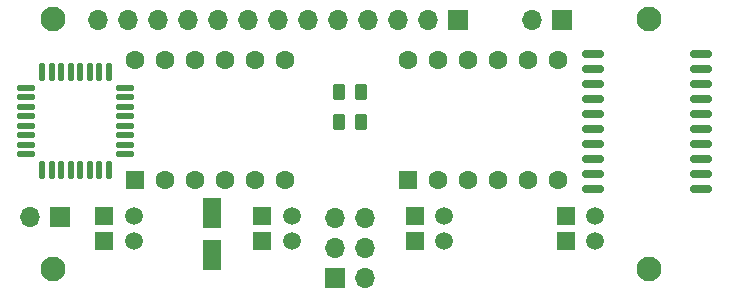
<source format=gbr>
%TF.GenerationSoftware,KiCad,Pcbnew,9.0.0*%
%TF.CreationDate,2025-05-14T14:17:17+02:00*%
%TF.ProjectId,Fluke_8050a_TM1637_Display_PCB,466c756b-655f-4383-9035-30615f544d31,rev?*%
%TF.SameCoordinates,Original*%
%TF.FileFunction,Soldermask,Bot*%
%TF.FilePolarity,Negative*%
%FSLAX46Y46*%
G04 Gerber Fmt 4.6, Leading zero omitted, Abs format (unit mm)*
G04 Created by KiCad (PCBNEW 9.0.0) date 2025-05-14 14:17:17*
%MOMM*%
%LPD*%
G01*
G04 APERTURE LIST*
G04 Aperture macros list*
%AMRoundRect*
0 Rectangle with rounded corners*
0 $1 Rounding radius*
0 $2 $3 $4 $5 $6 $7 $8 $9 X,Y pos of 4 corners*
0 Add a 4 corners polygon primitive as box body*
4,1,4,$2,$3,$4,$5,$6,$7,$8,$9,$2,$3,0*
0 Add four circle primitives for the rounded corners*
1,1,$1+$1,$2,$3*
1,1,$1+$1,$4,$5*
1,1,$1+$1,$6,$7*
1,1,$1+$1,$8,$9*
0 Add four rect primitives between the rounded corners*
20,1,$1+$1,$2,$3,$4,$5,0*
20,1,$1+$1,$4,$5,$6,$7,0*
20,1,$1+$1,$6,$7,$8,$9,0*
20,1,$1+$1,$8,$9,$2,$3,0*%
G04 Aperture macros list end*
%ADD10C,2.100000*%
%ADD11R,1.600000X1.600000*%
%ADD12C,1.600000*%
%ADD13R,1.500000X1.500000*%
%ADD14C,1.500000*%
%ADD15R,1.700000X1.700000*%
%ADD16O,1.700000X1.700000*%
%ADD17RoundRect,0.150000X0.800000X0.150000X-0.800000X0.150000X-0.800000X-0.150000X0.800000X-0.150000X0*%
%ADD18RoundRect,0.250000X-0.262500X-0.450000X0.262500X-0.450000X0.262500X0.450000X-0.262500X0.450000X0*%
%ADD19RoundRect,0.250000X0.550000X-1.050000X0.550000X1.050000X-0.550000X1.050000X-0.550000X-1.050000X0*%
%ADD20RoundRect,0.125000X0.125000X-0.625000X0.125000X0.625000X-0.125000X0.625000X-0.125000X-0.625000X0*%
%ADD21RoundRect,0.125000X0.625000X-0.125000X0.625000X0.125000X-0.625000X0.125000X-0.625000X-0.125000X0*%
G04 APERTURE END LIST*
D10*
%TO.C,REF\u002A\u002A*%
X197900000Y-63600000D03*
%TD*%
D11*
%TO.C,D2*%
X154400000Y-56060000D03*
D12*
X156940000Y-56060000D03*
X159480000Y-56060000D03*
X162020000Y-56060000D03*
X164560000Y-56060000D03*
X167100000Y-56060000D03*
X167100000Y-45900000D03*
X164560000Y-45900000D03*
X162020000Y-45900000D03*
X159480000Y-45900000D03*
X156940000Y-45900000D03*
X154400000Y-45900000D03*
%TD*%
D13*
%TO.C,D8*%
X165140000Y-61200000D03*
D14*
X167640000Y-61200000D03*
%TD*%
D13*
%TO.C,D10*%
X190840000Y-61200000D03*
D14*
X193340000Y-61200000D03*
%TD*%
D11*
%TO.C,D1*%
X177500000Y-56060000D03*
D12*
X180040000Y-56060000D03*
X182580000Y-56060000D03*
X185120000Y-56060000D03*
X187660000Y-56060000D03*
X190200000Y-56060000D03*
X190200000Y-45900000D03*
X187660000Y-45900000D03*
X185120000Y-45900000D03*
X182580000Y-45900000D03*
X180040000Y-45900000D03*
X177500000Y-45900000D03*
%TD*%
D13*
%TO.C,D7*%
X151740000Y-61200000D03*
D14*
X154240000Y-61200000D03*
%TD*%
D13*
%TO.C,D3*%
X151740000Y-59100000D03*
D14*
X154240000Y-59100000D03*
%TD*%
D13*
%TO.C,D9*%
X178040000Y-61200000D03*
D14*
X180540000Y-61200000D03*
%TD*%
D10*
%TO.C,REF\u002A\u002A*%
X147400000Y-42400000D03*
%TD*%
%TO.C,REF\u002A\u002A*%
X197900000Y-42400000D03*
%TD*%
D13*
%TO.C,D6*%
X190840000Y-59100000D03*
D14*
X193340000Y-59100000D03*
%TD*%
D13*
%TO.C,D4*%
X165140000Y-59100000D03*
D14*
X167640000Y-59100000D03*
%TD*%
D13*
%TO.C,D5*%
X178040000Y-59100000D03*
D14*
X180540000Y-59100000D03*
%TD*%
D10*
%TO.C,REF\u002A\u002A*%
X147400000Y-63600000D03*
%TD*%
D15*
%TO.C,J1*%
X171325000Y-64325000D03*
D16*
X173865000Y-64325000D03*
X171325000Y-61785000D03*
X173865000Y-61785000D03*
X171325000Y-59245000D03*
X173865000Y-59245000D03*
%TD*%
D17*
%TO.C,U1*%
X202300000Y-45385000D03*
X202300000Y-46655000D03*
X202300000Y-47925000D03*
X202300000Y-49195000D03*
X202300000Y-50465000D03*
X202300000Y-51735000D03*
X202300000Y-53005000D03*
X202300000Y-54275000D03*
X202300000Y-55545000D03*
X202300000Y-56815000D03*
X193100000Y-56815000D03*
X193100000Y-55545000D03*
X193100000Y-54275000D03*
X193100000Y-53005000D03*
X193100000Y-51735000D03*
X193100000Y-50465000D03*
X193100000Y-49195000D03*
X193100000Y-47925000D03*
X193100000Y-46655000D03*
X193100000Y-45385000D03*
%TD*%
D15*
%TO.C,J4*%
X148000000Y-59200000D03*
D16*
X145460000Y-59200000D03*
%TD*%
D15*
%TO.C,J2*%
X181700000Y-42500000D03*
D16*
X179160000Y-42500000D03*
X176620000Y-42500000D03*
X174080000Y-42500000D03*
X171540000Y-42500000D03*
X169000000Y-42500000D03*
X166460000Y-42500000D03*
X163920000Y-42500000D03*
X161380000Y-42500000D03*
X158840000Y-42500000D03*
X156300000Y-42500000D03*
X153760000Y-42500000D03*
X151220000Y-42500000D03*
%TD*%
D18*
%TO.C,R6*%
X171637500Y-48550000D03*
X173462500Y-48550000D03*
%TD*%
D19*
%TO.C,C1*%
X160850000Y-62400000D03*
X160850000Y-58800000D03*
%TD*%
D15*
%TO.C,J3*%
X190500000Y-42500000D03*
D16*
X187960000Y-42500000D03*
%TD*%
D18*
%TO.C,R5*%
X171637500Y-51150000D03*
X173462500Y-51150000D03*
%TD*%
D20*
%TO.C,U2*%
X152125000Y-55215000D03*
X151325000Y-55215000D03*
X150525000Y-55215000D03*
X149725000Y-55215000D03*
X148925000Y-55215000D03*
X148125000Y-55215000D03*
X147325000Y-55215000D03*
X146525000Y-55215000D03*
D21*
X145150000Y-53840000D03*
X145150000Y-53040000D03*
X145150000Y-52240000D03*
X145150000Y-51440000D03*
X145150000Y-50640000D03*
X145150000Y-49840000D03*
X145150000Y-49040000D03*
X145150000Y-48240000D03*
D20*
X146525000Y-46865000D03*
X147325000Y-46865000D03*
X148125000Y-46865000D03*
X148925000Y-46865000D03*
X149725000Y-46865000D03*
X150525000Y-46865000D03*
X151325000Y-46865000D03*
X152125000Y-46865000D03*
D21*
X153500000Y-48240000D03*
X153500000Y-49040000D03*
X153500000Y-49840000D03*
X153500000Y-50640000D03*
X153500000Y-51440000D03*
X153500000Y-52240000D03*
X153500000Y-53040000D03*
X153500000Y-53840000D03*
%TD*%
M02*

</source>
